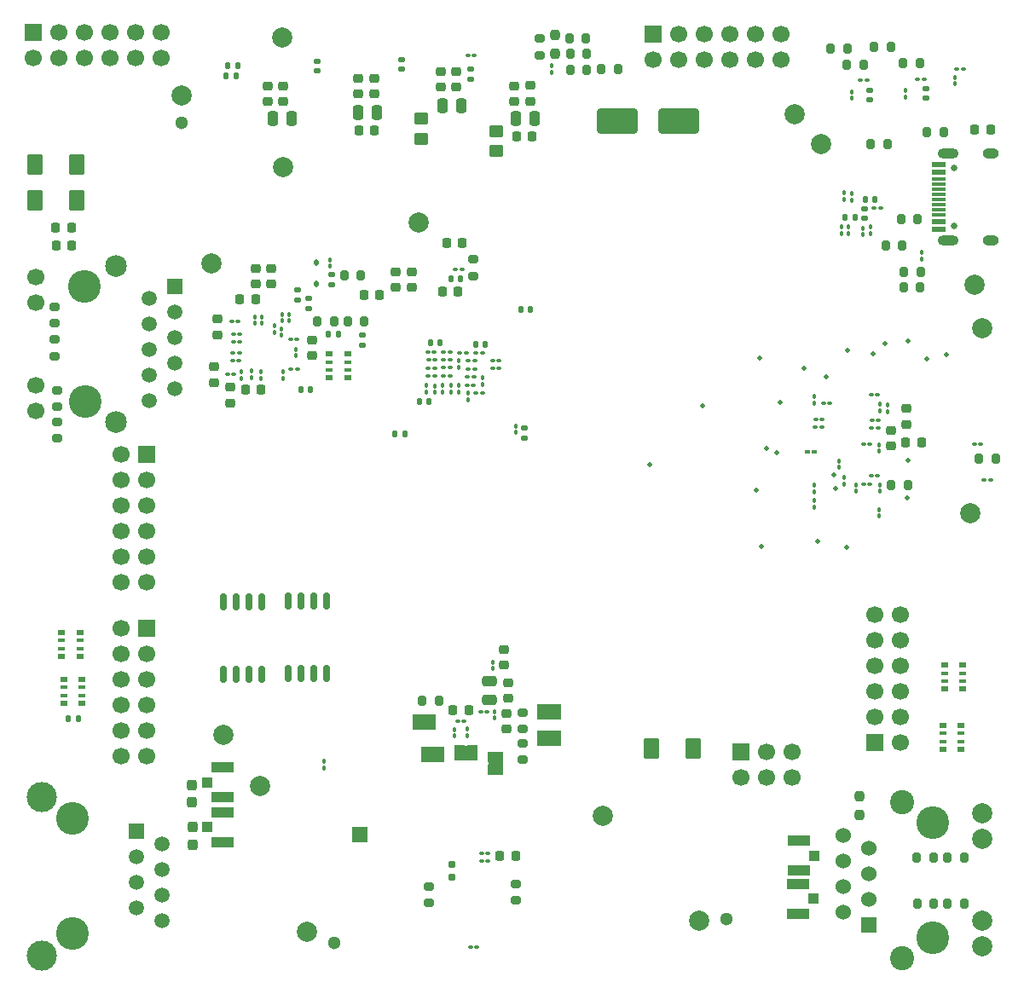
<source format=gbr>
G04 #@! TF.GenerationSoftware,KiCad,Pcbnew,9.0.3-9.0.3-0~ubuntu24.04.1*
G04 #@! TF.CreationDate,2025-07-25T17:12:14+02:00*
G04 #@! TF.ProjectId,acoustic-carrier-board,61636f75-7374-4696-932d-636172726965,rev?*
G04 #@! TF.SameCoordinates,Original*
G04 #@! TF.FileFunction,Soldermask,Bot*
G04 #@! TF.FilePolarity,Negative*
%FSLAX46Y46*%
G04 Gerber Fmt 4.6, Leading zero omitted, Abs format (unit mm)*
G04 Created by KiCad (PCBNEW 9.0.3-9.0.3-0~ubuntu24.04.1) date 2025-07-25 17:12:14*
%MOMM*%
%LPD*%
G01*
G04 APERTURE LIST*
G04 Aperture macros list*
%AMRoundRect*
0 Rectangle with rounded corners*
0 $1 Rounding radius*
0 $2 $3 $4 $5 $6 $7 $8 $9 X,Y pos of 4 corners*
0 Add a 4 corners polygon primitive as box body*
4,1,4,$2,$3,$4,$5,$6,$7,$8,$9,$2,$3,0*
0 Add four circle primitives for the rounded corners*
1,1,$1+$1,$2,$3*
1,1,$1+$1,$4,$5*
1,1,$1+$1,$6,$7*
1,1,$1+$1,$8,$9*
0 Add four rect primitives between the rounded corners*
20,1,$1+$1,$2,$3,$4,$5,0*
20,1,$1+$1,$4,$5,$6,$7,0*
20,1,$1+$1,$6,$7,$8,$9,0*
20,1,$1+$1,$8,$9,$2,$3,0*%
G04 Aperture macros list end*
%ADD10C,2.000000*%
%ADD11C,1.300000*%
%ADD12C,3.250000*%
%ADD13R,1.500000X1.500000*%
%ADD14C,1.500000*%
%ADD15C,3.000000*%
%ADD16R,1.700000X1.700000*%
%ADD17C,1.700000*%
%ADD18C,3.249981*%
%ADD19R,1.524000X1.524000*%
%ADD20C,1.524000*%
%ADD21C,1.999996*%
%ADD22C,2.400046*%
%ADD23R,1.520000X1.520000*%
%ADD24C,1.520000*%
%ADD25C,2.160000*%
%ADD26RoundRect,0.102000X-0.675000X-0.900000X0.675000X-0.900000X0.675000X0.900000X-0.675000X0.900000X0*%
%ADD27RoundRect,0.100000X-0.100000X0.130000X-0.100000X-0.130000X0.100000X-0.130000X0.100000X0.130000X0*%
%ADD28RoundRect,0.250000X-0.250000X-0.475000X0.250000X-0.475000X0.250000X0.475000X-0.250000X0.475000X0*%
%ADD29C,0.500000*%
%ADD30RoundRect,0.225000X0.250000X-0.225000X0.250000X0.225000X-0.250000X0.225000X-0.250000X-0.225000X0*%
%ADD31R,1.000000X1.500000*%
%ADD32RoundRect,0.100000X0.130000X0.100000X-0.130000X0.100000X-0.130000X-0.100000X0.130000X-0.100000X0*%
%ADD33RoundRect,0.102000X0.675000X0.900000X-0.675000X0.900000X-0.675000X-0.900000X0.675000X-0.900000X0*%
%ADD34RoundRect,0.200000X-0.275000X0.200000X-0.275000X-0.200000X0.275000X-0.200000X0.275000X0.200000X0*%
%ADD35RoundRect,0.100000X-0.130000X-0.100000X0.130000X-0.100000X0.130000X0.100000X-0.130000X0.100000X0*%
%ADD36RoundRect,0.225000X-0.225000X-0.250000X0.225000X-0.250000X0.225000X0.250000X-0.225000X0.250000X0*%
%ADD37RoundRect,0.218750X0.256250X-0.218750X0.256250X0.218750X-0.256250X0.218750X-0.256250X-0.218750X0*%
%ADD38RoundRect,0.218750X-0.218750X-0.256250X0.218750X-0.256250X0.218750X0.256250X-0.218750X0.256250X0*%
%ADD39RoundRect,0.237500X0.237500X-0.250000X0.237500X0.250000X-0.237500X0.250000X-0.237500X-0.250000X0*%
%ADD40RoundRect,0.100000X0.100000X-0.130000X0.100000X0.130000X-0.100000X0.130000X-0.100000X-0.130000X0*%
%ADD41RoundRect,0.200000X0.200000X0.275000X-0.200000X0.275000X-0.200000X-0.275000X0.200000X-0.275000X0*%
%ADD42RoundRect,0.218750X-0.256250X0.218750X-0.256250X-0.218750X0.256250X-0.218750X0.256250X0.218750X0*%
%ADD43C,0.650000*%
%ADD44R,1.450000X0.600000*%
%ADD45R,1.450000X0.300000*%
%ADD46O,1.600000X1.000000*%
%ADD47O,2.100000X1.000000*%
%ADD48RoundRect,0.140000X0.170000X-0.140000X0.170000X0.140000X-0.170000X0.140000X-0.170000X-0.140000X0*%
%ADD49RoundRect,0.225000X-0.250000X0.225000X-0.250000X-0.225000X0.250000X-0.225000X0.250000X0.225000X0*%
%ADD50RoundRect,0.200000X-0.200000X-0.275000X0.200000X-0.275000X0.200000X0.275000X-0.200000X0.275000X0*%
%ADD51RoundRect,0.135000X0.185000X-0.135000X0.185000X0.135000X-0.185000X0.135000X-0.185000X-0.135000X0*%
%ADD52RoundRect,0.237500X0.237500X-0.300000X0.237500X0.300000X-0.237500X0.300000X-0.237500X-0.300000X0*%
%ADD53R,0.800000X0.500000*%
%ADD54R,0.800000X0.400000*%
%ADD55RoundRect,0.135000X-0.135000X-0.185000X0.135000X-0.185000X0.135000X0.185000X-0.135000X0.185000X0*%
%ADD56RoundRect,0.112500X0.112500X-0.187500X0.112500X0.187500X-0.112500X0.187500X-0.112500X-0.187500X0*%
%ADD57RoundRect,0.160000X0.160000X-0.197500X0.160000X0.197500X-0.160000X0.197500X-0.160000X-0.197500X0*%
%ADD58RoundRect,0.200000X0.275000X-0.200000X0.275000X0.200000X-0.275000X0.200000X-0.275000X-0.200000X0*%
%ADD59RoundRect,0.140000X-0.170000X0.140000X-0.170000X-0.140000X0.170000X-0.140000X0.170000X0.140000X0*%
%ADD60RoundRect,0.225000X0.225000X0.250000X-0.225000X0.250000X-0.225000X-0.250000X0.225000X-0.250000X0*%
%ADD61RoundRect,0.250000X-1.750000X-1.000000X1.750000X-1.000000X1.750000X1.000000X-1.750000X1.000000X0*%
%ADD62RoundRect,0.140000X-0.140000X-0.170000X0.140000X-0.170000X0.140000X0.170000X-0.140000X0.170000X0*%
%ADD63RoundRect,0.140000X0.140000X0.170000X-0.140000X0.170000X-0.140000X-0.170000X0.140000X-0.170000X0*%
%ADD64RoundRect,0.105000X0.135000X0.105000X-0.135000X0.105000X-0.135000X-0.105000X0.135000X-0.105000X0*%
%ADD65RoundRect,0.250000X-0.450000X0.350000X-0.450000X-0.350000X0.450000X-0.350000X0.450000X0.350000X0*%
%ADD66RoundRect,0.162500X-0.162500X0.650000X-0.162500X-0.650000X0.162500X-0.650000X0.162500X0.650000X0*%
%ADD67R,1.050000X1.000000*%
%ADD68R,2.200000X1.050000*%
%ADD69RoundRect,0.250000X0.475000X-0.250000X0.475000X0.250000X-0.475000X0.250000X-0.475000X-0.250000X0*%
%ADD70RoundRect,0.135000X0.135000X0.185000X-0.135000X0.185000X-0.135000X-0.185000X0.135000X-0.185000X0*%
%ADD71R,1.500000X1.000000*%
%ADD72RoundRect,0.135000X-0.185000X0.135000X-0.185000X-0.135000X0.185000X-0.135000X0.185000X0.135000X0*%
G04 APERTURE END LIST*
G36*
X90160000Y-124850000D02*
G01*
X89860000Y-124850000D01*
X89860000Y-126350000D01*
X90160000Y-126350000D01*
X90160000Y-124850000D01*
G37*
G36*
X98110000Y-124850000D02*
G01*
X98410000Y-124850000D01*
X98410000Y-123350000D01*
X98110000Y-123350000D01*
X98110000Y-124850000D01*
G37*
G36*
X98110000Y-122250000D02*
G01*
X98410000Y-122250000D01*
X98410000Y-120750000D01*
X98110000Y-120750000D01*
X98110000Y-122250000D01*
G37*
G36*
X86010000Y-121750000D02*
G01*
X85710000Y-121750000D01*
X85710000Y-123250000D01*
X86010000Y-123250000D01*
X86010000Y-121750000D01*
G37*
G36*
X92210000Y-126450000D02*
G01*
X93710000Y-126450000D01*
X93710000Y-126750000D01*
X92210000Y-126750000D01*
X92210000Y-126450000D01*
G37*
G36*
X86540000Y-126510000D02*
G01*
X86840000Y-126510000D01*
X86840000Y-125010000D01*
X86540000Y-125010000D01*
X86540000Y-126510000D01*
G37*
D10*
X122660000Y-62130000D03*
X61770000Y-60280000D03*
X74250000Y-143370000D03*
X113160000Y-142260000D03*
D11*
X115890000Y-142100000D03*
X76950000Y-144420000D03*
X61770000Y-62990000D03*
D10*
X64740000Y-76940000D03*
D12*
X50900000Y-132110000D03*
X50900000Y-143540000D03*
D13*
X57250000Y-133380000D03*
D14*
X59790000Y-134650000D03*
X57250000Y-135920000D03*
X59790000Y-137190000D03*
X57250000Y-138460000D03*
X59790000Y-139730000D03*
X57250000Y-141000000D03*
X59790000Y-142270000D03*
D15*
X47850000Y-129975000D03*
X47850000Y-145675000D03*
D16*
X58250000Y-113220000D03*
D17*
X58250000Y-115760000D03*
X58250000Y-118300000D03*
X58250000Y-120840000D03*
X58250000Y-123380000D03*
X58250000Y-125920000D03*
X55710000Y-113220000D03*
X55710000Y-115760000D03*
X55710000Y-118300000D03*
X55710000Y-120840000D03*
X55710000Y-123380000D03*
X55710000Y-125920000D03*
D16*
X58295000Y-95895000D03*
D17*
X58295000Y-98435000D03*
X58295000Y-100975000D03*
X58295000Y-103515000D03*
X58295000Y-106055000D03*
X58295000Y-108595000D03*
X55755000Y-95895000D03*
X55755000Y-98435000D03*
X55755000Y-100975000D03*
X55755000Y-103515000D03*
X55755000Y-106055000D03*
X55755000Y-108595000D03*
D10*
X125230000Y-65090000D03*
D13*
X79430000Y-133730000D03*
D16*
X47000000Y-54000000D03*
D17*
X47000000Y-56540000D03*
X49540000Y-54000000D03*
X49540000Y-56540000D03*
X52080000Y-54000000D03*
X52080000Y-56540000D03*
X54620000Y-54000000D03*
X54620000Y-56540000D03*
X57160000Y-54000000D03*
X57160000Y-56540000D03*
X59700000Y-54000000D03*
X59700000Y-56540000D03*
D18*
X136355000Y-132480160D03*
X136355000Y-143900000D03*
D19*
X130005000Y-142630000D03*
D20*
X127465000Y-141370160D03*
X130005000Y-140090000D03*
X127465000Y-138830160D03*
X130005000Y-137550000D03*
X127465000Y-136290160D03*
X130005000Y-135010000D03*
X127465000Y-133750160D03*
D21*
X141254914Y-144815162D03*
X141254914Y-142275162D03*
X141254914Y-134104998D03*
X141254914Y-131564998D03*
D22*
X133304968Y-145940128D03*
X133304968Y-130440032D03*
D16*
X108580000Y-54160000D03*
D17*
X108580000Y-56700000D03*
X111120000Y-54160000D03*
X111120000Y-56700000D03*
X113660000Y-54160000D03*
X113660000Y-56700000D03*
X116200000Y-54160000D03*
X116200000Y-56700000D03*
X118740000Y-54160000D03*
X118740000Y-56700000D03*
X121280000Y-54160000D03*
X121280000Y-56700000D03*
D10*
X140540000Y-79100000D03*
X71720000Y-54490000D03*
X85290000Y-72900000D03*
D16*
X130605000Y-124575000D03*
D17*
X130605000Y-122035000D03*
X130605000Y-119495000D03*
X130605000Y-116955000D03*
X130605000Y-114415000D03*
X130605000Y-111875000D03*
X133145000Y-124575000D03*
X133145000Y-122035000D03*
X133145000Y-119495000D03*
X133145000Y-116955000D03*
X133145000Y-114415000D03*
X133145000Y-111875000D03*
D10*
X65870000Y-123800000D03*
X69570000Y-128830000D03*
D12*
X52160000Y-90710000D03*
X52146663Y-79284562D03*
D23*
X61050000Y-79270000D03*
D24*
X58510000Y-80440000D03*
X61050000Y-81810000D03*
X58510000Y-82980000D03*
X61050000Y-84350000D03*
X58510000Y-85520000D03*
X61050000Y-86890000D03*
X58510000Y-88060000D03*
X61050000Y-89430000D03*
X58510000Y-90600000D03*
D17*
X47270000Y-78360000D03*
X47270000Y-80900000D03*
X47270000Y-89080000D03*
X47270000Y-91620000D03*
D25*
X55220000Y-92730000D03*
X55220000Y-77250000D03*
D10*
X103600000Y-131800000D03*
D16*
X117310000Y-125470000D03*
D17*
X117310000Y-128010000D03*
X119850000Y-125470000D03*
X119850000Y-128010000D03*
X122390000Y-125470000D03*
X122390000Y-128010000D03*
D26*
X108445000Y-125180000D03*
X112595000Y-125180000D03*
D27*
X70960000Y-83150000D03*
X70960000Y-83790000D03*
D28*
X70805000Y-62595000D03*
X72705000Y-62595000D03*
D29*
X131650000Y-84930000D03*
D30*
X79255000Y-60140000D03*
X79255000Y-58590000D03*
D31*
X90660000Y-125600000D03*
X89360000Y-125600000D03*
D32*
X86920000Y-86570000D03*
X86280000Y-86570000D03*
D33*
X51325000Y-70720000D03*
X47175000Y-70720000D03*
D34*
X49370000Y-92675000D03*
X49370000Y-94325000D03*
D35*
X87770000Y-86560000D03*
X88410000Y-86560000D03*
D36*
X93367500Y-135780000D03*
X94917500Y-135780000D03*
D27*
X72460000Y-82010000D03*
X72460000Y-82650000D03*
D30*
X96400000Y-60855000D03*
X96400000Y-59305000D03*
D29*
X124930000Y-104590000D03*
D32*
X130112250Y-98907750D03*
X129472250Y-98907750D03*
D35*
X87750000Y-88180000D03*
X88390000Y-88180000D03*
D32*
X130957250Y-92507750D03*
X130317250Y-92507750D03*
D37*
X69140000Y-79037500D03*
X69140000Y-77462500D03*
D38*
X140542500Y-63680000D03*
X142117500Y-63680000D03*
D39*
X129060000Y-131712500D03*
X129060000Y-129887500D03*
D35*
X87760000Y-85770000D03*
X88400000Y-85770000D03*
D29*
X121160000Y-90750000D03*
D10*
X141230000Y-83380000D03*
D32*
X73210000Y-84470000D03*
X72570000Y-84470000D03*
D10*
X140080000Y-101800000D03*
X71830000Y-67370000D03*
D29*
X133900000Y-84710000D03*
D27*
X88860000Y-123260000D03*
X88860000Y-123900000D03*
X128290000Y-70030000D03*
X128290000Y-70670000D03*
D32*
X89610000Y-77520000D03*
X88970000Y-77520000D03*
D40*
X128292500Y-60557500D03*
X128292500Y-59917500D03*
D29*
X113500000Y-91120000D03*
D27*
X71710000Y-83480000D03*
X71710000Y-84120000D03*
D41*
X135085000Y-79370000D03*
X133435000Y-79370000D03*
D40*
X135260000Y-76510000D03*
X135260000Y-75870000D03*
D29*
X130420000Y-85980000D03*
D42*
X94185000Y-118582500D03*
X94185000Y-120157500D03*
D43*
X138430000Y-67480000D03*
X138430000Y-73260000D03*
D44*
X136985000Y-67120000D03*
X136985000Y-67920000D03*
D45*
X136985000Y-69120000D03*
X136985000Y-70120000D03*
X136985000Y-70620000D03*
X136985000Y-71620000D03*
D44*
X136985000Y-72820000D03*
X136985000Y-73620000D03*
X136985000Y-73620000D03*
X136985000Y-72820000D03*
D45*
X136985000Y-72120000D03*
X136985000Y-71120000D03*
X136985000Y-69620000D03*
X136985000Y-68620000D03*
D44*
X136985000Y-67920000D03*
X136985000Y-67120000D03*
D46*
X142080000Y-66050000D03*
D47*
X137900000Y-66050000D03*
D46*
X142080000Y-74690000D03*
D47*
X137900000Y-74690000D03*
D48*
X135680000Y-60580000D03*
X135680000Y-59620000D03*
D49*
X132192250Y-93532750D03*
X132192250Y-95082750D03*
D32*
X93270000Y-86610000D03*
X92630000Y-86610000D03*
D36*
X88710000Y-121370000D03*
X90260000Y-121370000D03*
D29*
X137720000Y-86000000D03*
D40*
X68742500Y-88305000D03*
X68742500Y-87665000D03*
X131092250Y-99607750D03*
X131092250Y-98967750D03*
D32*
X125352250Y-92497750D03*
X124712250Y-92497750D03*
D40*
X71810000Y-88400000D03*
X71810000Y-87760000D03*
X131092250Y-91617750D03*
X131092250Y-90977750D03*
D49*
X70660000Y-77465000D03*
X70660000Y-79015000D03*
D50*
X100365002Y-56179999D03*
X102015002Y-56179999D03*
D51*
X79730000Y-85130000D03*
X79730000Y-84110000D03*
D34*
X95660000Y-121575000D03*
X95660000Y-123225000D03*
D41*
X134855000Y-72530000D03*
X133205000Y-72530000D03*
D51*
X73240000Y-80630000D03*
X73240000Y-79610000D03*
D40*
X92860000Y-122120000D03*
X92860000Y-121480000D03*
D35*
X87760000Y-87310000D03*
X88400000Y-87310000D03*
D52*
X62810000Y-130472500D03*
X62810000Y-128747500D03*
D48*
X130092500Y-60747500D03*
X130092500Y-59787500D03*
D53*
X137510000Y-119250000D03*
D54*
X137510000Y-118450000D03*
X137510000Y-117650000D03*
D53*
X137510000Y-116850000D03*
X139310000Y-116850000D03*
D54*
X139310000Y-117650000D03*
X139310000Y-118450000D03*
D53*
X139310000Y-119250000D03*
D40*
X67730000Y-88370000D03*
X67730000Y-87730000D03*
D55*
X50470000Y-122140000D03*
X51490000Y-122140000D03*
D56*
X75160000Y-78960000D03*
X75160000Y-76860000D03*
D53*
X51650000Y-113620000D03*
D54*
X51650000Y-114420000D03*
X51650000Y-115220000D03*
D53*
X51650000Y-116020000D03*
X49850000Y-116020000D03*
D54*
X49850000Y-115220000D03*
X49850000Y-114420000D03*
D53*
X49850000Y-113620000D03*
D38*
X133674750Y-94787750D03*
X135249750Y-94787750D03*
D57*
X88600000Y-137887500D03*
X88600000Y-136692500D03*
D30*
X83010000Y-79335000D03*
X83010000Y-77785000D03*
D58*
X90745000Y-78195000D03*
X90745000Y-76545000D03*
D29*
X126500000Y-97980000D03*
D27*
X94930000Y-93100000D03*
X94930000Y-93740000D03*
D40*
X127310000Y-74008000D03*
X127310000Y-73368000D03*
D35*
X66900000Y-84780000D03*
X67540000Y-84780000D03*
D59*
X75255000Y-56905000D03*
X75255000Y-57865000D03*
D35*
X66822500Y-86585000D03*
X67462500Y-86585000D03*
D41*
X79545000Y-78150000D03*
X77895000Y-78150000D03*
X139480000Y-135960000D03*
X137830000Y-135960000D03*
D30*
X65342500Y-84060000D03*
X65342500Y-82510000D03*
D32*
X86880000Y-87410000D03*
X86240000Y-87410000D03*
D41*
X139480000Y-140510000D03*
X137830000Y-140510000D03*
D60*
X81400000Y-80130000D03*
X79850000Y-80130000D03*
D61*
X104987500Y-62850000D03*
X111087500Y-62850000D03*
D40*
X86890000Y-89765000D03*
X86890000Y-89125000D03*
X131902250Y-91657750D03*
X131902250Y-91017750D03*
X91660000Y-88990000D03*
X91660000Y-88350000D03*
D41*
X137445000Y-63920000D03*
X135795000Y-63920000D03*
D59*
X95780000Y-93340000D03*
X95780000Y-94300000D03*
D32*
X90860000Y-87450000D03*
X90220000Y-87450000D03*
D40*
X92630000Y-117220000D03*
X92630000Y-116580000D03*
D27*
X73142500Y-85510000D03*
X73142500Y-86150000D03*
D31*
X97610000Y-124100000D03*
X98910000Y-124100000D03*
D27*
X71730000Y-82010000D03*
X71730000Y-82650000D03*
D29*
X133860000Y-96560000D03*
D32*
X73262500Y-87485000D03*
X72622500Y-87485000D03*
D62*
X90930000Y-85000000D03*
X91890000Y-85000000D03*
D63*
X86310000Y-90700000D03*
X85350000Y-90700000D03*
D50*
X133485000Y-77810000D03*
X135135000Y-77810000D03*
D53*
X78230000Y-85950000D03*
D54*
X78230000Y-86750000D03*
X78230000Y-87550000D03*
D53*
X78230000Y-88350000D03*
X76430000Y-88350000D03*
D54*
X76430000Y-87550000D03*
X76430000Y-86750000D03*
D53*
X76430000Y-85950000D03*
D64*
X124577250Y-95707750D03*
X123937250Y-95707750D03*
D32*
X90845000Y-56350000D03*
X90205000Y-56350000D03*
D35*
X91440000Y-121470000D03*
X92080000Y-121470000D03*
D31*
X97610000Y-121500000D03*
X98910000Y-121500000D03*
D41*
X136430000Y-135960000D03*
X134780000Y-135960000D03*
D63*
X87430000Y-84870000D03*
X86470000Y-84870000D03*
D65*
X93040000Y-63820000D03*
X93040000Y-65820000D03*
D30*
X87505000Y-59440000D03*
X87505000Y-57890000D03*
D32*
X86860000Y-85750000D03*
X86220000Y-85750000D03*
X92187500Y-135580000D03*
X91547500Y-135580000D03*
D63*
X128610000Y-72420000D03*
X127650000Y-72420000D03*
D27*
X89320000Y-86640000D03*
X89320000Y-87280000D03*
D58*
X49150000Y-86155000D03*
X49150000Y-84505000D03*
D27*
X90160000Y-123235000D03*
X90160000Y-123875000D03*
D40*
X124592250Y-101147750D03*
X124592250Y-100507750D03*
D66*
X65940000Y-110582500D03*
X67210000Y-110582500D03*
X68480000Y-110582500D03*
X69750000Y-110582500D03*
X69750000Y-117757500D03*
X68480000Y-117757500D03*
X67210000Y-117757500D03*
X65940000Y-117757500D03*
D67*
X124580000Y-135780160D03*
D68*
X123055000Y-137255160D03*
X123055000Y-134305160D03*
D67*
X64317500Y-128520000D03*
D68*
X65842500Y-127045000D03*
X65842500Y-129995000D03*
D29*
X119330000Y-105050000D03*
D63*
X67150000Y-58360000D03*
X66190000Y-58360000D03*
D41*
X133335000Y-75188000D03*
X131685000Y-75188000D03*
D38*
X49252500Y-73410000D03*
X50827500Y-73410000D03*
D49*
X74700000Y-84575000D03*
X74700000Y-86125000D03*
D29*
X127760000Y-105140000D03*
D49*
X94060000Y-121650000D03*
X94060000Y-123200000D03*
D29*
X119850000Y-95310000D03*
D35*
X125482250Y-90847750D03*
X126122250Y-90847750D03*
D32*
X131150000Y-71460000D03*
X130510000Y-71460000D03*
X125322250Y-93257750D03*
X124682250Y-93257750D03*
D27*
X90200000Y-89860000D03*
X90200000Y-90500000D03*
D32*
X90870000Y-86650000D03*
X90230000Y-86650000D03*
D28*
X94955000Y-62615000D03*
X96855000Y-62615000D03*
D27*
X131012250Y-101417750D03*
X131012250Y-102057750D03*
D29*
X135790000Y-86440000D03*
X126730000Y-99330000D03*
D35*
X90980000Y-89800000D03*
X91620000Y-89800000D03*
D40*
X88510000Y-89730000D03*
X88510000Y-89090000D03*
D69*
X92285000Y-120320000D03*
X92285000Y-118420000D03*
D31*
X86510000Y-122500000D03*
X85210000Y-122500000D03*
D27*
X69742500Y-82265000D03*
X69742500Y-82905000D03*
D50*
X130545000Y-55490000D03*
X132195000Y-55490000D03*
D29*
X119130000Y-86400000D03*
D50*
X132237250Y-98987750D03*
X133887250Y-98987750D03*
D40*
X69642500Y-88385000D03*
X69642500Y-87745000D03*
D53*
X51850000Y-118260000D03*
D54*
X51850000Y-119060000D03*
X51850000Y-119860000D03*
D53*
X51850000Y-120660000D03*
X50050000Y-120660000D03*
D54*
X50050000Y-119860000D03*
X50050000Y-119060000D03*
D53*
X50050000Y-118260000D03*
D32*
X90020000Y-85850000D03*
X89380000Y-85850000D03*
D34*
X95660000Y-124635000D03*
X95660000Y-126285000D03*
D70*
X67380000Y-57360000D03*
X66360000Y-57360000D03*
D42*
X64990000Y-87230000D03*
X64990000Y-88805000D03*
D50*
X140950000Y-96350000D03*
X142600000Y-96350000D03*
D27*
X124562250Y-90177750D03*
X124562250Y-90817750D03*
D52*
X62860000Y-134672500D03*
X62860000Y-132947500D03*
D50*
X134805000Y-140510000D03*
X136455000Y-140510000D03*
D30*
X84590000Y-79335000D03*
X84590000Y-77785000D03*
D70*
X77310000Y-84020000D03*
X76290000Y-84020000D03*
D34*
X86330000Y-138825000D03*
X86330000Y-140475000D03*
D40*
X138567500Y-59132500D03*
X138567500Y-58492500D03*
D35*
X89165000Y-122470000D03*
X89805000Y-122470000D03*
D29*
X125750000Y-88240000D03*
D39*
X98840000Y-56100000D03*
X98840000Y-54275000D03*
D27*
X69042500Y-82265000D03*
X69042500Y-82905000D03*
D33*
X51330000Y-67180000D03*
X47180000Y-67180000D03*
D65*
X85580000Y-62600000D03*
X85580000Y-64600000D03*
D32*
X92167500Y-136280000D03*
X91527500Y-136280000D03*
D50*
X78265000Y-82700000D03*
X79915000Y-82700000D03*
D30*
X94820000Y-60885000D03*
X94820000Y-59335000D03*
D40*
X124592250Y-99647750D03*
X124592250Y-99007750D03*
D32*
X129812500Y-58767500D03*
X129172500Y-58767500D03*
D40*
X128010000Y-73988000D03*
X128010000Y-73348000D03*
D32*
X142095000Y-98450000D03*
X141455000Y-98450000D03*
X86895000Y-88160000D03*
X86255000Y-88160000D03*
D37*
X66550000Y-90827500D03*
X66550000Y-89252500D03*
D34*
X49410000Y-89565000D03*
X49410000Y-91215000D03*
D29*
X118860000Y-99480000D03*
D50*
X100365002Y-57779999D03*
X102015002Y-57779999D03*
D35*
X66867500Y-85885000D03*
X67507500Y-85885000D03*
D32*
X135500000Y-58700000D03*
X134860000Y-58700000D03*
D71*
X92960000Y-125950000D03*
X92960000Y-127250000D03*
D63*
X89440000Y-78470000D03*
X88480000Y-78470000D03*
D38*
X49302500Y-75160000D03*
X50877500Y-75160000D03*
D58*
X49110000Y-82915000D03*
X49110000Y-81265000D03*
D32*
X90760000Y-89050000D03*
X90120000Y-89050000D03*
D60*
X69107500Y-80485000D03*
X67557500Y-80485000D03*
D35*
X90980000Y-85870000D03*
X91620000Y-85870000D03*
D30*
X70355000Y-60870000D03*
X70355000Y-59320000D03*
X89005000Y-59440000D03*
X89005000Y-57890000D03*
D35*
X129472250Y-94907750D03*
X130112250Y-94907750D03*
D63*
X130590000Y-70608000D03*
X129630000Y-70608000D03*
D59*
X83567500Y-56735000D03*
X83567500Y-57695000D03*
D72*
X76630000Y-78100000D03*
X76630000Y-79120000D03*
D30*
X80855000Y-60140000D03*
X80855000Y-58590000D03*
D40*
X86100000Y-89730000D03*
X86100000Y-89090000D03*
D41*
X131855000Y-65120000D03*
X130205000Y-65120000D03*
D48*
X129610000Y-72468000D03*
X129610000Y-71508000D03*
D29*
X133790000Y-100280000D03*
D32*
X139387500Y-57687500D03*
X138747500Y-57687500D03*
D29*
X108220000Y-96960000D03*
D35*
X66722500Y-82685000D03*
X67362500Y-82685000D03*
D50*
X103445000Y-57660000D03*
X105095000Y-57660000D03*
D28*
X87655000Y-61265000D03*
X89555000Y-61265000D03*
D50*
X127805000Y-57210000D03*
X129455000Y-57210000D03*
D66*
X72380000Y-110512500D03*
X73650000Y-110512500D03*
X74920000Y-110512500D03*
X76190000Y-110512500D03*
X76190000Y-117687500D03*
X74920000Y-117687500D03*
X73650000Y-117687500D03*
X72380000Y-117687500D03*
D63*
X96420000Y-81570000D03*
X95460000Y-81570000D03*
D27*
X75935000Y-126435000D03*
X75935000Y-127075000D03*
D50*
X75235000Y-82730000D03*
X76885000Y-82730000D03*
D36*
X95045000Y-64370000D03*
X96595000Y-64370000D03*
D40*
X133655000Y-60420000D03*
X133655000Y-59780000D03*
D30*
X93785000Y-116845000D03*
X93785000Y-115295000D03*
D40*
X131052250Y-95627750D03*
X131052250Y-94987750D03*
D32*
X90770000Y-88260000D03*
X90130000Y-88260000D03*
D29*
X120860000Y-95760000D03*
D35*
X66322500Y-87985000D03*
X66962500Y-87985000D03*
D50*
X133430000Y-57100000D03*
X135080000Y-57100000D03*
D40*
X87700000Y-89720000D03*
X87700000Y-89080000D03*
D50*
X126205000Y-55660000D03*
X127855000Y-55660000D03*
D63*
X74580000Y-89500000D03*
X73620000Y-89500000D03*
D40*
X89250000Y-89725000D03*
X89250000Y-89085000D03*
D29*
X127910000Y-85610000D03*
D27*
X127522250Y-98237750D03*
X127522250Y-98877750D03*
D35*
X130242250Y-98087750D03*
X130882250Y-98087750D03*
X66920000Y-84030000D03*
X67560000Y-84030000D03*
D41*
X101930000Y-54620000D03*
X100280000Y-54620000D03*
D32*
X130912250Y-93307750D03*
X130272250Y-93307750D03*
D30*
X71855000Y-60870000D03*
X71855000Y-59320000D03*
D27*
X98490002Y-57339999D03*
X98490002Y-57979999D03*
D40*
X129410000Y-74108000D03*
X129410000Y-73468000D03*
X127032250Y-97212750D03*
X127032250Y-96572750D03*
D38*
X88075000Y-74910000D03*
X89650000Y-74910000D03*
D29*
X123570000Y-87410000D03*
D63*
X83920000Y-93860000D03*
X82960000Y-93860000D03*
D67*
X124530000Y-140080160D03*
D68*
X123005000Y-141555160D03*
X123005000Y-138605160D03*
D50*
X85665000Y-120430000D03*
X87315000Y-120430000D03*
D67*
X64305000Y-132960000D03*
D68*
X65830000Y-131485000D03*
X65830000Y-134435000D03*
D32*
X91090000Y-144860000D03*
X90450000Y-144860000D03*
D53*
X137330000Y-125260000D03*
D54*
X137330000Y-124460000D03*
X137330000Y-123660000D03*
D53*
X137330000Y-122860000D03*
X139130000Y-122860000D03*
D54*
X139130000Y-123660000D03*
X139130000Y-124460000D03*
D53*
X139130000Y-125260000D03*
D35*
X140495000Y-94920000D03*
X141135000Y-94920000D03*
D27*
X127530000Y-69960000D03*
X127530000Y-70600000D03*
D36*
X68095000Y-89500000D03*
X69645000Y-89500000D03*
D30*
X133702250Y-92932750D03*
X133702250Y-91382750D03*
D40*
X130210000Y-73988000D03*
X130210000Y-73348000D03*
X76530000Y-77230000D03*
X76530000Y-76590000D03*
X128702250Y-99597750D03*
X128702250Y-98957750D03*
D60*
X89205000Y-79800000D03*
X87655000Y-79800000D03*
D34*
X94910000Y-138605000D03*
X94910000Y-140255000D03*
D36*
X79355000Y-63720000D03*
X80905000Y-63720000D03*
D34*
X97310000Y-54625000D03*
X97310000Y-56275000D03*
D51*
X74380000Y-81470000D03*
X74380000Y-80450000D03*
D35*
X130242250Y-90027750D03*
X130882250Y-90027750D03*
D59*
X90430000Y-57685000D03*
X90430000Y-58645000D03*
D28*
X79270000Y-61970000D03*
X81170000Y-61970000D03*
D32*
X93270000Y-87380000D03*
X92630000Y-87380000D03*
D31*
X86040000Y-125760000D03*
X87340000Y-125760000D03*
M02*

</source>
